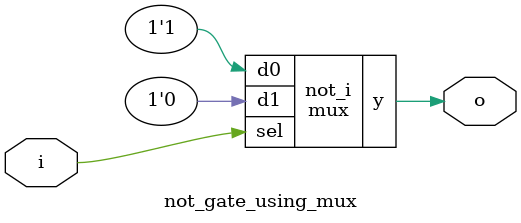
<source format=sv>

module mux
(
  input  d0, d1,
  input  sel,
  output y
);

  assign y = sel ? d1 : d0;

endmodule

//----------------------------------------------------------------------------
// Task
//----------------------------------------------------------------------------

module not_gate_using_mux
(
    input  i,
    output o
);

  // Task:
  // Implement not gate using instance(s) of mux,
  // constants 0 and 1, and wire connections
  mux not_i
  (
  	.d0(1'd1),
  	.d1(1'd0),
  	.sel(i),
  	.y(o)
  );

endmodule

</source>
